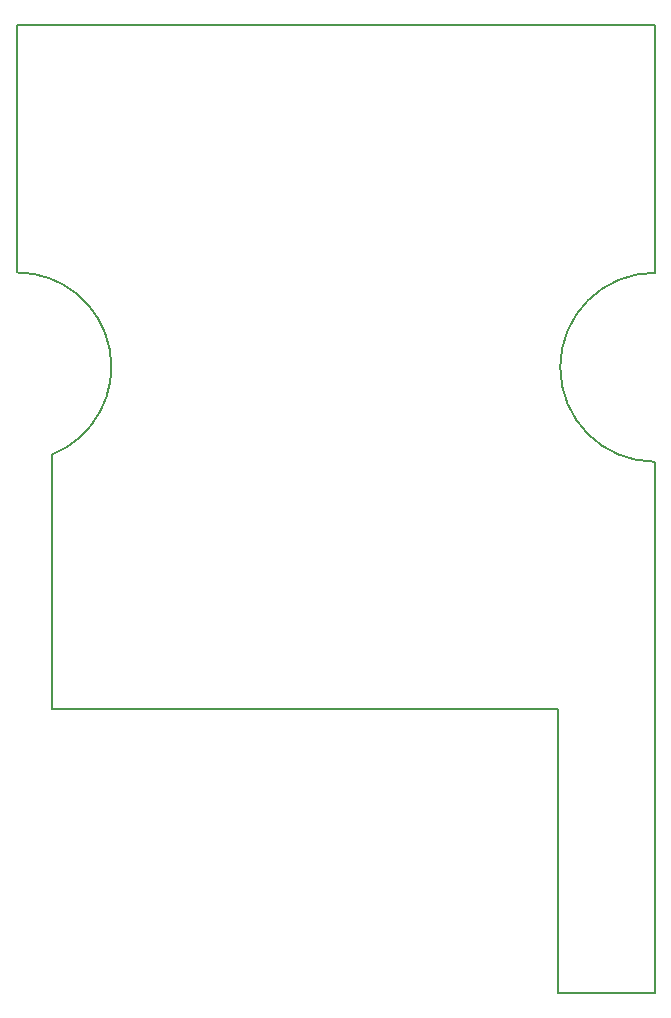
<source format=gbr>
G04 #@! TF.GenerationSoftware,KiCad,Pcbnew,5.1.6*
G04 #@! TF.CreationDate,2020-09-07T17:12:55+08:00*
G04 #@! TF.ProjectId,bt_audio_rec,62745f61-7564-4696-9f5f-7265632e6b69,rev?*
G04 #@! TF.SameCoordinates,Original*
G04 #@! TF.FileFunction,Profile,NP*
%FSLAX46Y46*%
G04 Gerber Fmt 4.6, Leading zero omitted, Abs format (unit mm)*
G04 Created by KiCad (PCBNEW 5.1.6) date 2020-09-07 17:12:55*
%MOMM*%
%LPD*%
G01*
G04 APERTURE LIST*
G04 #@! TA.AperFunction,Profile*
%ADD10C,0.150000*%
G04 #@! TD*
G04 APERTURE END LIST*
D10*
X258500000Y-76300000D02*
X258500000Y-97300000D01*
X204500000Y-76300000D02*
X204500000Y-97270000D01*
X207499814Y-112686274D02*
G75*
G03*
X204500000Y-97270000I-2999814J7416274D01*
G01*
X258500000Y-97300000D02*
G75*
G03*
X258500000Y-113300000I0J-8000000D01*
G01*
X250300000Y-134270000D02*
X250300000Y-158270000D01*
X250300000Y-158270000D02*
X258500000Y-158270000D01*
X258500000Y-113300000D02*
X258500000Y-158270000D01*
X207499814Y-112686274D02*
X207500000Y-134270000D01*
X207500000Y-134270000D02*
X250300000Y-134270000D01*
X204500000Y-76300000D02*
X258500000Y-76300000D01*
M02*

</source>
